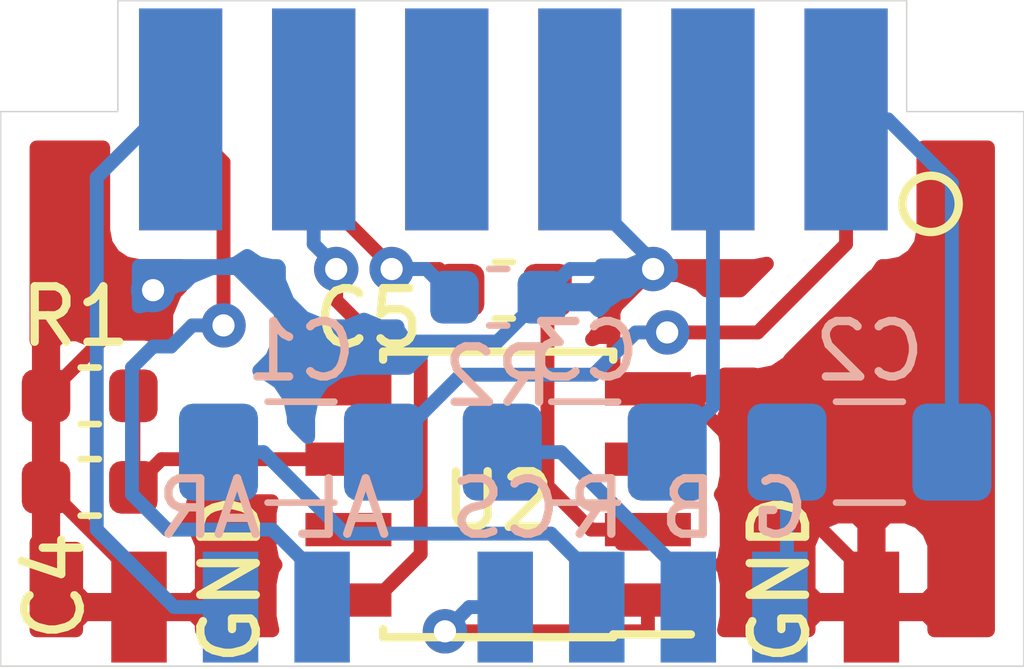
<source format=kicad_pcb>
(kicad_pcb (version 20171130) (host pcbnew "(5.0.2)-1")

  (general
    (thickness 1.6)
    (drawings 8)
    (tracks 101)
    (zones 0)
    (modules 17)
    (nets 21)
  )

  (page A4)
  (layers
    (0 F.Cu signal)
    (31 B.Cu signal)
    (32 B.Adhes user)
    (33 F.Adhes user)
    (34 B.Paste user)
    (35 F.Paste user)
    (36 B.SilkS user)
    (37 F.SilkS user)
    (38 B.Mask user)
    (39 F.Mask user)
    (40 Dwgs.User user)
    (41 Cmts.User user)
    (42 Eco1.User user)
    (43 Eco2.User user)
    (44 Edge.Cuts user)
    (45 Margin user)
    (46 B.CrtYd user)
    (47 F.CrtYd user)
    (48 B.Fab user hide)
    (49 F.Fab user hide)
  )

  (setup
    (last_trace_width 0.25)
    (trace_clearance 0.2)
    (zone_clearance 0.508)
    (zone_45_only no)
    (trace_min 0.2)
    (segment_width 0.2)
    (edge_width 0.0254)
    (via_size 0.8)
    (via_drill 0.4)
    (via_min_size 0.4)
    (via_min_drill 0.3)
    (uvia_size 0.3)
    (uvia_drill 0.1)
    (uvias_allowed no)
    (uvia_min_size 0.2)
    (uvia_min_drill 0.1)
    (pcb_text_width 0.3)
    (pcb_text_size 1.5 1.5)
    (mod_edge_width 0.15)
    (mod_text_size 1 1)
    (mod_text_width 0.15)
    (pad_size 1 2)
    (pad_drill 0)
    (pad_to_mask_clearance 0.051)
    (solder_mask_min_width 0.25)
    (aux_axis_origin 0 0)
    (visible_elements 7FFFFFFF)
    (pcbplotparams
      (layerselection 0x010fc_ffffffff)
      (usegerberextensions false)
      (usegerberattributes false)
      (usegerberadvancedattributes false)
      (creategerberjobfile false)
      (excludeedgelayer true)
      (linewidth 0.100000)
      (plotframeref false)
      (viasonmask false)
      (mode 1)
      (useauxorigin false)
      (hpglpennumber 1)
      (hpglpenspeed 20)
      (hpglpendiameter 15.000000)
      (psnegative false)
      (psa4output false)
      (plotreference true)
      (plotvalue true)
      (plotinvisibletext false)
      (padsonsilk false)
      (subtractmaskfromsilk false)
      (outputformat 1)
      (mirror false)
      (drillshape 1)
      (scaleselection 1)
      (outputdirectory ""))
  )

  (net 0 "")
  (net 1 "Net-(C1-Pad1)")
  (net 2 "Net-(C1-Pad2)")
  (net 3 "Net-(C2-Pad2)")
  (net 4 "Net-(C2-Pad1)")
  (net 5 "Net-(C3-Pad1)")
  (net 6 "Net-(C3-Pad2)")
  (net 7 GND)
  (net 8 "Net-(C4-Pad2)")
  (net 9 "Net-(C5-Pad2)")
  (net 10 "Net-(C5-Pad1)")
  (net 11 "Net-(J4-Pad1)")
  (net 12 "Net-(J6-Pad1)")
  (net 13 "Net-(J7-Pad1)")
  (net 14 "Net-(U1-Pad10)")
  (net 15 "Net-(U1-Pad3)")
  (net 16 "Net-(U1-Pad7)")
  (net 17 "Net-(U1-Pad8)")
  (net 18 "Net-(U2-Pad7)")
  (net 19 "Net-(U2-Pad5)")
  (net 20 "Net-(U2-Pad3)")

  (net_class Default "This is the default net class."
    (clearance 0.2)
    (trace_width 0.25)
    (via_dia 0.8)
    (via_drill 0.4)
    (uvia_dia 0.3)
    (uvia_drill 0.1)
    (add_net GND)
    (add_net "Net-(C1-Pad1)")
    (add_net "Net-(C1-Pad2)")
    (add_net "Net-(C2-Pad1)")
    (add_net "Net-(C2-Pad2)")
    (add_net "Net-(C3-Pad1)")
    (add_net "Net-(C3-Pad2)")
    (add_net "Net-(C4-Pad2)")
    (add_net "Net-(C5-Pad1)")
    (add_net "Net-(C5-Pad2)")
    (add_net "Net-(J4-Pad1)")
    (add_net "Net-(J6-Pad1)")
    (add_net "Net-(J7-Pad1)")
    (add_net "Net-(U1-Pad10)")
    (add_net "Net-(U1-Pad3)")
    (add_net "Net-(U1-Pad7)")
    (add_net "Net-(U1-Pad8)")
    (add_net "Net-(U2-Pad3)")
    (add_net "Net-(U2-Pad5)")
    (add_net "Net-(U2-Pad7)")
  )

  (module Capacitor_SMD:C_1206_3216Metric_Pad1.42x1.75mm_HandSolder (layer B.Cu) (tedit 5B301BBE) (tstamp 5D60B380)
    (at 145.415 112.141 180)
    (descr "Capacitor SMD 1206 (3216 Metric), square (rectangular) end terminal, IPC_7351 nominal with elongated pad for handsoldering. (Body size source: http://www.tortai-tech.com/upload/download/2011102023233369053.pdf), generated with kicad-footprint-generator")
    (tags "capacitor handsolder")
    (path /5C86BE9D)
    (attr smd)
    (fp_text reference C1 (at 0 1.82 180) (layer B.SilkS)
      (effects (font (size 1 1) (thickness 0.15)) (justify mirror))
    )
    (fp_text value 220uF (at 0 -1.82 180) (layer B.Fab)
      (effects (font (size 1 1) (thickness 0.15)) (justify mirror))
    )
    (fp_line (start -1.6 -0.8) (end -1.6 0.8) (layer B.Fab) (width 0.1))
    (fp_line (start -1.6 0.8) (end 1.6 0.8) (layer B.Fab) (width 0.1))
    (fp_line (start 1.6 0.8) (end 1.6 -0.8) (layer B.Fab) (width 0.1))
    (fp_line (start 1.6 -0.8) (end -1.6 -0.8) (layer B.Fab) (width 0.1))
    (fp_line (start -0.602064 0.91) (end 0.602064 0.91) (layer B.SilkS) (width 0.12))
    (fp_line (start -0.602064 -0.91) (end 0.602064 -0.91) (layer B.SilkS) (width 0.12))
    (fp_line (start -2.45 -1.12) (end -2.45 1.12) (layer B.CrtYd) (width 0.05))
    (fp_line (start -2.45 1.12) (end 2.45 1.12) (layer B.CrtYd) (width 0.05))
    (fp_line (start 2.45 1.12) (end 2.45 -1.12) (layer B.CrtYd) (width 0.05))
    (fp_line (start 2.45 -1.12) (end -2.45 -1.12) (layer B.CrtYd) (width 0.05))
    (fp_text user %R (at 0 0 180) (layer B.Fab)
      (effects (font (size 0.8 0.8) (thickness 0.12)) (justify mirror))
    )
    (pad 1 smd roundrect (at -1.4875 0 180) (size 1.425 1.75) (layers B.Cu B.Paste B.Mask) (roundrect_rratio 0.175439)
      (net 1 "Net-(C1-Pad1)"))
    (pad 2 smd roundrect (at 1.4875 0 180) (size 1.425 1.75) (layers B.Cu B.Paste B.Mask) (roundrect_rratio 0.175439)
      (net 2 "Net-(C1-Pad2)"))
    (model ${KISYS3DMOD}/Capacitor_SMD.3dshapes/C_1206_3216Metric.wrl
      (at (xyz 0 0 0))
      (scale (xyz 1 1 1))
      (rotate (xyz 0 0 0))
    )
  )

  (module Capacitor_SMD:C_1206_3216Metric_Pad1.42x1.75mm_HandSolder (layer B.Cu) (tedit 5B301BBE) (tstamp 5D60B3E0)
    (at 155.6655 112.141 180)
    (descr "Capacitor SMD 1206 (3216 Metric), square (rectangular) end terminal, IPC_7351 nominal with elongated pad for handsoldering. (Body size source: http://www.tortai-tech.com/upload/download/2011102023233369053.pdf), generated with kicad-footprint-generator")
    (tags "capacitor handsolder")
    (path /5C86BEE1)
    (attr smd)
    (fp_text reference C2 (at 0 1.82 180) (layer B.SilkS)
      (effects (font (size 1 1) (thickness 0.15)) (justify mirror))
    )
    (fp_text value 220uF (at 0 -1.82 180) (layer B.Fab)
      (effects (font (size 1 1) (thickness 0.15)) (justify mirror))
    )
    (fp_text user %R (at 0 0 180) (layer B.Fab)
      (effects (font (size 0.8 0.8) (thickness 0.12)) (justify mirror))
    )
    (fp_line (start 2.45 -1.12) (end -2.45 -1.12) (layer B.CrtYd) (width 0.05))
    (fp_line (start 2.45 1.12) (end 2.45 -1.12) (layer B.CrtYd) (width 0.05))
    (fp_line (start -2.45 1.12) (end 2.45 1.12) (layer B.CrtYd) (width 0.05))
    (fp_line (start -2.45 -1.12) (end -2.45 1.12) (layer B.CrtYd) (width 0.05))
    (fp_line (start -0.602064 -0.91) (end 0.602064 -0.91) (layer B.SilkS) (width 0.12))
    (fp_line (start -0.602064 0.91) (end 0.602064 0.91) (layer B.SilkS) (width 0.12))
    (fp_line (start 1.6 -0.8) (end -1.6 -0.8) (layer B.Fab) (width 0.1))
    (fp_line (start 1.6 0.8) (end 1.6 -0.8) (layer B.Fab) (width 0.1))
    (fp_line (start -1.6 0.8) (end 1.6 0.8) (layer B.Fab) (width 0.1))
    (fp_line (start -1.6 -0.8) (end -1.6 0.8) (layer B.Fab) (width 0.1))
    (pad 2 smd roundrect (at 1.4875 0 180) (size 1.425 1.75) (layers B.Cu B.Paste B.Mask) (roundrect_rratio 0.175439)
      (net 3 "Net-(C2-Pad2)"))
    (pad 1 smd roundrect (at -1.4875 0 180) (size 1.425 1.75) (layers B.Cu B.Paste B.Mask) (roundrect_rratio 0.175439)
      (net 4 "Net-(C2-Pad1)"))
    (model ${KISYS3DMOD}/Capacitor_SMD.3dshapes/C_1206_3216Metric.wrl
      (at (xyz 0 0 0))
      (scale (xyz 1 1 1))
      (rotate (xyz 0 0 0))
    )
  )

  (module Capacitor_SMD:C_1206_3216Metric_Pad1.42x1.75mm_HandSolder (layer B.Cu) (tedit 5B301BBE) (tstamp 5D60B3B0)
    (at 150.5315 112.141 180)
    (descr "Capacitor SMD 1206 (3216 Metric), square (rectangular) end terminal, IPC_7351 nominal with elongated pad for handsoldering. (Body size source: http://www.tortai-tech.com/upload/download/2011102023233369053.pdf), generated with kicad-footprint-generator")
    (tags "capacitor handsolder")
    (path /5C86BF1F)
    (attr smd)
    (fp_text reference C3 (at 0 1.82 180) (layer B.SilkS)
      (effects (font (size 1 1) (thickness 0.15)) (justify mirror))
    )
    (fp_text value 220uF (at 0 -1.82 180) (layer B.Fab)
      (effects (font (size 1 1) (thickness 0.15)) (justify mirror))
    )
    (fp_line (start -1.6 -0.8) (end -1.6 0.8) (layer B.Fab) (width 0.1))
    (fp_line (start -1.6 0.8) (end 1.6 0.8) (layer B.Fab) (width 0.1))
    (fp_line (start 1.6 0.8) (end 1.6 -0.8) (layer B.Fab) (width 0.1))
    (fp_line (start 1.6 -0.8) (end -1.6 -0.8) (layer B.Fab) (width 0.1))
    (fp_line (start -0.602064 0.91) (end 0.602064 0.91) (layer B.SilkS) (width 0.12))
    (fp_line (start -0.602064 -0.91) (end 0.602064 -0.91) (layer B.SilkS) (width 0.12))
    (fp_line (start -2.45 -1.12) (end -2.45 1.12) (layer B.CrtYd) (width 0.05))
    (fp_line (start -2.45 1.12) (end 2.45 1.12) (layer B.CrtYd) (width 0.05))
    (fp_line (start 2.45 1.12) (end 2.45 -1.12) (layer B.CrtYd) (width 0.05))
    (fp_line (start 2.45 -1.12) (end -2.45 -1.12) (layer B.CrtYd) (width 0.05))
    (fp_text user %R (at 0 0 180) (layer B.Fab)
      (effects (font (size 0.8 0.8) (thickness 0.12)) (justify mirror))
    )
    (pad 1 smd roundrect (at -1.4875 0 180) (size 1.425 1.75) (layers B.Cu B.Paste B.Mask) (roundrect_rratio 0.175439)
      (net 5 "Net-(C3-Pad1)"))
    (pad 2 smd roundrect (at 1.4875 0 180) (size 1.425 1.75) (layers B.Cu B.Paste B.Mask) (roundrect_rratio 0.175439)
      (net 6 "Net-(C3-Pad2)"))
    (model ${KISYS3DMOD}/Capacitor_SMD.3dshapes/C_1206_3216Metric.wrl
      (at (xyz 0 0 0))
      (scale (xyz 1 1 1))
      (rotate (xyz 0 0 0))
    )
  )

  (module Capacitor_SMD:C_0603_1608Metric (layer F.Cu) (tedit 5B301BBE) (tstamp 5CA9BD5E)
    (at 141.605 112.776)
    (descr "Capacitor SMD 0603 (1608 Metric), square (rectangular) end terminal, IPC_7351 nominal, (Body size source: http://www.tortai-tech.com/upload/download/2011102023233369053.pdf), generated with kicad-footprint-generator")
    (tags capacitor)
    (path /5C9D6EFF)
    (attr smd)
    (fp_text reference C4 (at -0.635 1.778 90) (layer F.SilkS)
      (effects (font (size 1 1) (thickness 0.15)))
    )
    (fp_text value 0.1uF (at 0 1.43) (layer F.Fab)
      (effects (font (size 1 1) (thickness 0.15)))
    )
    (fp_line (start -0.8 0.4) (end -0.8 -0.4) (layer F.Fab) (width 0.1))
    (fp_line (start -0.8 -0.4) (end 0.8 -0.4) (layer F.Fab) (width 0.1))
    (fp_line (start 0.8 -0.4) (end 0.8 0.4) (layer F.Fab) (width 0.1))
    (fp_line (start 0.8 0.4) (end -0.8 0.4) (layer F.Fab) (width 0.1))
    (fp_line (start -0.162779 -0.51) (end 0.162779 -0.51) (layer F.SilkS) (width 0.12))
    (fp_line (start -0.162779 0.51) (end 0.162779 0.51) (layer F.SilkS) (width 0.12))
    (fp_line (start -1.48 0.73) (end -1.48 -0.73) (layer F.CrtYd) (width 0.05))
    (fp_line (start -1.48 -0.73) (end 1.48 -0.73) (layer F.CrtYd) (width 0.05))
    (fp_line (start 1.48 -0.73) (end 1.48 0.73) (layer F.CrtYd) (width 0.05))
    (fp_line (start 1.48 0.73) (end -1.48 0.73) (layer F.CrtYd) (width 0.05))
    (fp_text user %R (at 0 0) (layer F.Fab)
      (effects (font (size 0.4 0.4) (thickness 0.06)))
    )
    (pad 1 smd roundrect (at -0.7875 0) (size 0.875 0.95) (layers F.Cu F.Paste F.Mask) (roundrect_rratio 0.25)
      (net 7 GND))
    (pad 2 smd roundrect (at 0.7875 0) (size 0.875 0.95) (layers F.Cu F.Paste F.Mask) (roundrect_rratio 0.25)
      (net 8 "Net-(C4-Pad2)"))
    (model ${KISYS3DMOD}/Capacitor_SMD.3dshapes/C_0603_1608Metric.wrl
      (at (xyz 0 0 0))
      (scale (xyz 1 1 1))
      (rotate (xyz 0 0 0))
    )
  )

  (module Capacitor_SMD:C_0603_1608Metric (layer F.Cu) (tedit 5B301BBE) (tstamp 5CA9BD6F)
    (at 149.0725 109.22)
    (descr "Capacitor SMD 0603 (1608 Metric), square (rectangular) end terminal, IPC_7351 nominal, (Body size source: http://www.tortai-tech.com/upload/download/2011102023233369053.pdf), generated with kicad-footprint-generator")
    (tags capacitor)
    (path /5C9D6FB7)
    (attr smd)
    (fp_text reference C5 (at -2.4385 0.508) (layer F.SilkS)
      (effects (font (size 1 1) (thickness 0.15)))
    )
    (fp_text value 0.1uF (at 0 1.43) (layer F.Fab)
      (effects (font (size 1 1) (thickness 0.15)))
    )
    (fp_text user %R (at 0 0) (layer F.Fab)
      (effects (font (size 0.4 0.4) (thickness 0.06)))
    )
    (fp_line (start 1.48 0.73) (end -1.48 0.73) (layer F.CrtYd) (width 0.05))
    (fp_line (start 1.48 -0.73) (end 1.48 0.73) (layer F.CrtYd) (width 0.05))
    (fp_line (start -1.48 -0.73) (end 1.48 -0.73) (layer F.CrtYd) (width 0.05))
    (fp_line (start -1.48 0.73) (end -1.48 -0.73) (layer F.CrtYd) (width 0.05))
    (fp_line (start -0.162779 0.51) (end 0.162779 0.51) (layer F.SilkS) (width 0.12))
    (fp_line (start -0.162779 -0.51) (end 0.162779 -0.51) (layer F.SilkS) (width 0.12))
    (fp_line (start 0.8 0.4) (end -0.8 0.4) (layer F.Fab) (width 0.1))
    (fp_line (start 0.8 -0.4) (end 0.8 0.4) (layer F.Fab) (width 0.1))
    (fp_line (start -0.8 -0.4) (end 0.8 -0.4) (layer F.Fab) (width 0.1))
    (fp_line (start -0.8 0.4) (end -0.8 -0.4) (layer F.Fab) (width 0.1))
    (pad 2 smd roundrect (at 0.7875 0) (size 0.875 0.95) (layers F.Cu F.Paste F.Mask) (roundrect_rratio 0.25)
      (net 9 "Net-(C5-Pad2)"))
    (pad 1 smd roundrect (at -0.7875 0) (size 0.875 0.95) (layers F.Cu F.Paste F.Mask) (roundrect_rratio 0.25)
      (net 10 "Net-(C5-Pad1)"))
    (model ${KISYS3DMOD}/Capacitor_SMD.3dshapes/C_0603_1608Metric.wrl
      (at (xyz 0 0 0))
      (scale (xyz 1 1 1))
      (rotate (xyz 0 0 0))
    )
  )

  (module multi-out:WIREPAD (layer B.Cu) (tedit 5C9D3643) (tstamp 5CA9C67F)
    (at 150.749 114.935)
    (path /5C86C06D)
    (fp_text reference R (at 0 -1.778) (layer B.SilkS)
      (effects (font (size 1 1) (thickness 0.15)) (justify mirror))
    )
    (fp_text value R (at 0 2.032) (layer B.Fab)
      (effects (font (size 1 1) (thickness 0.15)) (justify mirror))
    )
    (pad 1 connect rect (at 0 0) (size 1 2) (layers B.Cu B.Mask)
      (net 2 "Net-(C1-Pad2)"))
  )

  (module multi-out:WIREPAD (layer B.Cu) (tedit 5C9D3615) (tstamp 5CA9BD79)
    (at 154.051 114.935)
    (path /5C86C0AB)
    (fp_text reference G (at 0 -1.778) (layer B.SilkS)
      (effects (font (size 1 1) (thickness 0.15)) (justify mirror))
    )
    (fp_text value G (at 0 2.032) (layer B.Fab)
      (effects (font (size 1 1) (thickness 0.15)) (justify mirror))
    )
    (pad 1 connect rect (at 0 0) (size 1 2) (layers B.Cu B.Mask)
      (net 3 "Net-(C2-Pad2)"))
  )

  (module multi-out:WIREPAD (layer B.Cu) (tedit 5C9D3628) (tstamp 5CA9BD7E)
    (at 152.4 114.935)
    (path /5C86C0ED)
    (fp_text reference B (at 0 -1.778) (layer B.SilkS)
      (effects (font (size 1 1) (thickness 0.15)) (justify mirror))
    )
    (fp_text value B (at 0 2.032) (layer B.Fab)
      (effects (font (size 1 1) (thickness 0.15)) (justify mirror))
    )
    (pad 1 connect rect (at 0 0) (size 1 2) (layers B.Cu B.Mask)
      (net 6 "Net-(C3-Pad2)"))
  )

  (module multi-out:WIREPAD (layer B.Cu) (tedit 5C9D3662) (tstamp 5CA9BD83)
    (at 149.098 114.935)
    (path /5C8E96B8)
    (fp_text reference CS (at 0 -1.778) (layer B.SilkS)
      (effects (font (size 1 1) (thickness 0.15)) (justify mirror))
    )
    (fp_text value CS (at 0 2.032) (layer B.Fab)
      (effects (font (size 1 1) (thickness 0.15)) (justify mirror))
    )
    (pad 1 connect rect (at 0 0) (size 1 2) (layers B.Cu B.Mask)
      (net 11 "Net-(J4-Pad1)"))
  )

  (module multi-out:WIREPAD (layer F.Cu) (tedit 5C9D3545) (tstamp 5CA9BD88)
    (at 155.702 114.935)
    (path /5C8E9799)
    (fp_text reference GND (at -1.651 -0.508 90) (layer F.SilkS)
      (effects (font (size 1 1) (thickness 0.15)))
    )
    (fp_text value GND (at 0 -2.032) (layer F.Fab)
      (effects (font (size 1 1) (thickness 0.15)))
    )
    (pad 1 connect rect (at 0 0) (size 1 2) (layers F.Cu F.Mask)
      (net 7 GND))
  )

  (module multi-out:WIREPAD (layer B.Cu) (tedit 5C9D35BA) (tstamp 5CA9C0C5)
    (at 144.145 114.935)
    (path /5C8EA4D0)
    (fp_text reference AR (at -0.381 -1.778) (layer B.SilkS)
      (effects (font (size 1 1) (thickness 0.15)) (justify mirror))
    )
    (fp_text value R (at 0 2.032) (layer B.Fab)
      (effects (font (size 1 1) (thickness 0.15)) (justify mirror))
    )
    (pad 1 connect rect (at 0 0) (size 1 2) (layers B.Cu B.Mask)
      (net 12 "Net-(J6-Pad1)"))
  )

  (module multi-out:WIREPAD (layer B.Cu) (tedit 5C9D35ED) (tstamp 5CA9C0B9)
    (at 145.796 114.935)
    (path /5C8EA421)
    (fp_text reference AL (at 0.381 -1.778) (layer B.SilkS)
      (effects (font (size 1 1) (thickness 0.15)) (justify mirror))
    )
    (fp_text value L (at 0 2.032) (layer B.Fab)
      (effects (font (size 1 1) (thickness 0.15)) (justify mirror))
    )
    (pad 1 connect rect (at 0 0) (size 1 2) (layers B.Cu B.Mask)
      (net 13 "Net-(J7-Pad1)"))
  )

  (module multi-out:WIREPAD (layer F.Cu) (tedit 5C9D3550) (tstamp 5CA9BD97)
    (at 142.494 114.935)
    (path /5C9CCE77)
    (fp_text reference GND (at 1.651 -0.508 90) (layer F.SilkS)
      (effects (font (size 1 1) (thickness 0.15)))
    )
    (fp_text value GND (at 0 -2.032) (layer F.Fab)
      (effects (font (size 1 1) (thickness 0.15)))
    )
    (pad 1 connect rect (at 0 0) (size 1 2) (layers F.Cu F.Mask)
      (net 7 GND))
  )

  (module Resistor_SMD:R_0603_1608Metric (layer F.Cu) (tedit 5B301BBD) (tstamp 5CA9BDA8)
    (at 141.605 111.125)
    (descr "Resistor SMD 0603 (1608 Metric), square (rectangular) end terminal, IPC_7351 nominal, (Body size source: http://www.tortai-tech.com/upload/download/2011102023233369053.pdf), generated with kicad-footprint-generator")
    (tags resistor)
    (path /5C9D7C6B)
    (attr smd)
    (fp_text reference R1 (at -0.254 -1.43) (layer F.SilkS)
      (effects (font (size 1 1) (thickness 0.15)))
    )
    (fp_text value 680k (at 0 1.43) (layer F.Fab)
      (effects (font (size 1 1) (thickness 0.15)))
    )
    (fp_line (start -0.8 0.4) (end -0.8 -0.4) (layer F.Fab) (width 0.1))
    (fp_line (start -0.8 -0.4) (end 0.8 -0.4) (layer F.Fab) (width 0.1))
    (fp_line (start 0.8 -0.4) (end 0.8 0.4) (layer F.Fab) (width 0.1))
    (fp_line (start 0.8 0.4) (end -0.8 0.4) (layer F.Fab) (width 0.1))
    (fp_line (start -0.162779 -0.51) (end 0.162779 -0.51) (layer F.SilkS) (width 0.12))
    (fp_line (start -0.162779 0.51) (end 0.162779 0.51) (layer F.SilkS) (width 0.12))
    (fp_line (start -1.48 0.73) (end -1.48 -0.73) (layer F.CrtYd) (width 0.05))
    (fp_line (start -1.48 -0.73) (end 1.48 -0.73) (layer F.CrtYd) (width 0.05))
    (fp_line (start 1.48 -0.73) (end 1.48 0.73) (layer F.CrtYd) (width 0.05))
    (fp_line (start 1.48 0.73) (end -1.48 0.73) (layer F.CrtYd) (width 0.05))
    (fp_text user %R (at 0 0) (layer F.Fab)
      (effects (font (size 0.4 0.4) (thickness 0.06)))
    )
    (pad 1 smd roundrect (at -0.7875 0) (size 0.875 0.95) (layers F.Cu F.Paste F.Mask) (roundrect_rratio 0.25)
      (net 7 GND))
    (pad 2 smd roundrect (at 0.7875 0) (size 0.875 0.95) (layers F.Cu F.Paste F.Mask) (roundrect_rratio 0.25)
      (net 8 "Net-(C4-Pad2)"))
    (model ${KISYS3DMOD}/Resistor_SMD.3dshapes/R_0603_1608Metric.wrl
      (at (xyz 0 0 0))
      (scale (xyz 1 1 1))
      (rotate (xyz 0 0 0))
    )
  )

  (module multi-out:AVCON (layer F.Cu) (tedit 5C9D353A) (tstamp 5CA9BDB9)
    (at 149.148 106.14)
    (path /5C8E9142)
    (fp_text reference U1 (at 0 3.556) (layer F.SilkS) hide
      (effects (font (size 1 1) (thickness 0.15)))
    )
    (fp_text value AV-CONNECTOR (at 0 -3.556) (layer F.Fab)
      (effects (font (size 1 1) (thickness 0.15)))
    )
    (fp_circle (center 7.62 1.524) (end 8.128 1.524) (layer F.SilkS) (width 0.15))
    (pad 1 connect rect (at 6.096 0) (size 1.5 4) (layers F.Cu F.Mask)
      (net 1 "Net-(C1-Pad1)"))
    (pad 3 connect rect (at 3.696 0) (size 1.5 4) (layers F.Cu F.Mask)
      (net 15 "Net-(U1-Pad3)"))
    (pad 5 connect rect (at 1.296 0) (size 1.5 4) (layers F.Cu F.Mask)
      (net 7 GND))
    (pad 7 connect rect (at -1.104 0) (size 1.5 4) (layers F.Cu F.Mask)
      (net 16 "Net-(U1-Pad7)"))
    (pad 9 connect rect (at -3.504 0) (size 1.5 4) (layers F.Cu F.Mask)
      (net 10 "Net-(C5-Pad1)"))
    (pad 11 connect rect (at -5.904 0) (size 1.5 4) (layers F.Cu F.Mask)
      (net 13 "Net-(J7-Pad1)"))
    (pad 2 connect rect (at 6.096 0) (size 1.5 4) (layers B.Cu B.Mask)
      (net 4 "Net-(C2-Pad1)"))
    (pad 4 connect rect (at 3.696 0) (size 1.5 4) (layers B.Cu B.Mask)
      (net 5 "Net-(C3-Pad1)"))
    (pad 6 connect rect (at 1.296 0) (size 1.5 4) (layers B.Cu B.Mask)
      (net 7 GND))
    (pad 8 connect rect (at -1.104 0) (size 1.5 4) (layers B.Cu B.Mask)
      (net 17 "Net-(U1-Pad8)"))
    (pad 10 connect rect (at -3.504 0) (size 1.5 4) (layers B.Cu B.Mask)
      (net 14 "Net-(U1-Pad10)"))
    (pad 12 connect rect (at -5.904 0) (size 1.5 4) (layers B.Cu B.Mask)
      (net 12 "Net-(J6-Pad1)"))
  )

  (module Package_SO:SOIC-8_3.9x4.9mm_P1.27mm (layer F.Cu) (tedit 5A02F2D3) (tstamp 5CA9BDD6)
    (at 148.971 112.903 180)
    (descr "8-Lead Plastic Small Outline (SN) - Narrow, 3.90 mm Body [SOIC] (see Microchip Packaging Specification http://ww1.microchip.com/downloads/en/PackagingSpec/00000049BQ.pdf)")
    (tags "SOIC 1.27")
    (path /5C9D2B30)
    (attr smd)
    (fp_text reference U2 (at 0 -0.127 180) (layer F.SilkS)
      (effects (font (size 1 1) (thickness 0.15)))
    )
    (fp_text value LM1881 (at 0 3.5 180) (layer F.Fab)
      (effects (font (size 1 1) (thickness 0.15)))
    )
    (fp_line (start -2.075 -2.525) (end -3.475 -2.525) (layer F.SilkS) (width 0.15))
    (fp_line (start -2.075 2.575) (end 2.075 2.575) (layer F.SilkS) (width 0.15))
    (fp_line (start -2.075 -2.575) (end 2.075 -2.575) (layer F.SilkS) (width 0.15))
    (fp_line (start -2.075 2.575) (end -2.075 2.43) (layer F.SilkS) (width 0.15))
    (fp_line (start 2.075 2.575) (end 2.075 2.43) (layer F.SilkS) (width 0.15))
    (fp_line (start 2.075 -2.575) (end 2.075 -2.43) (layer F.SilkS) (width 0.15))
    (fp_line (start -2.075 -2.575) (end -2.075 -2.525) (layer F.SilkS) (width 0.15))
    (fp_line (start -3.73 2.7) (end 3.73 2.7) (layer F.CrtYd) (width 0.05))
    (fp_line (start -3.73 -2.7) (end 3.73 -2.7) (layer F.CrtYd) (width 0.05))
    (fp_line (start 3.73 -2.7) (end 3.73 2.7) (layer F.CrtYd) (width 0.05))
    (fp_line (start -3.73 -2.7) (end -3.73 2.7) (layer F.CrtYd) (width 0.05))
    (fp_line (start -1.95 -1.45) (end -0.95 -2.45) (layer F.Fab) (width 0.1))
    (fp_line (start -1.95 2.45) (end -1.95 -1.45) (layer F.Fab) (width 0.1))
    (fp_line (start 1.95 2.45) (end -1.95 2.45) (layer F.Fab) (width 0.1))
    (fp_line (start 1.95 -2.45) (end 1.95 2.45) (layer F.Fab) (width 0.1))
    (fp_line (start -0.95 -2.45) (end 1.95 -2.45) (layer F.Fab) (width 0.1))
    (fp_text user %R (at 0 0 180) (layer F.Fab)
      (effects (font (size 1 1) (thickness 0.15)))
    )
    (pad 8 smd rect (at 2.7 -1.905 180) (size 1.55 0.6) (layers F.Cu F.Paste F.Mask)
      (net 14 "Net-(U1-Pad10)"))
    (pad 7 smd rect (at 2.7 -0.635 180) (size 1.55 0.6) (layers F.Cu F.Paste F.Mask)
      (net 18 "Net-(U2-Pad7)"))
    (pad 6 smd rect (at 2.7 0.635 180) (size 1.55 0.6) (layers F.Cu F.Paste F.Mask)
      (net 8 "Net-(C4-Pad2)"))
    (pad 5 smd rect (at 2.7 1.905 180) (size 1.55 0.6) (layers F.Cu F.Paste F.Mask)
      (net 19 "Net-(U2-Pad5)"))
    (pad 4 smd rect (at -2.7 1.905 180) (size 1.55 0.6) (layers F.Cu F.Paste F.Mask)
      (net 7 GND))
    (pad 3 smd rect (at -2.7 0.635 180) (size 1.55 0.6) (layers F.Cu F.Paste F.Mask)
      (net 20 "Net-(U2-Pad3)"))
    (pad 2 smd rect (at -2.7 -0.635 180) (size 1.55 0.6) (layers F.Cu F.Paste F.Mask)
      (net 9 "Net-(C5-Pad2)"))
    (pad 1 smd rect (at -2.7 -1.905 180) (size 1.55 0.6) (layers F.Cu F.Paste F.Mask)
      (net 11 "Net-(J4-Pad1)"))
    (model ${KISYS3DMOD}/Package_SO.3dshapes/SOIC-8_3.9x4.9mm_P1.27mm.wrl
      (at (xyz 0 0 0))
      (scale (xyz 1 1 1))
      (rotate (xyz 0 0 0))
    )
  )

  (module Resistor_SMD:R_0603_1608Metric (layer B.Cu) (tedit 5B301BBD) (tstamp 5D60AE4D)
    (at 148.971 109.347)
    (descr "Resistor SMD 0603 (1608 Metric), square (rectangular) end terminal, IPC_7351 nominal, (Body size source: http://www.tortai-tech.com/upload/download/2011102023233369053.pdf), generated with kicad-footprint-generator")
    (tags resistor)
    (path /5D47EC1F)
    (attr smd)
    (fp_text reference R2 (at 0 1.43) (layer B.SilkS)
      (effects (font (size 1 1) (thickness 0.15)) (justify mirror))
    )
    (fp_text value 75k (at 0 -1.43) (layer B.Fab)
      (effects (font (size 1 1) (thickness 0.15)) (justify mirror))
    )
    (fp_line (start -0.8 -0.4) (end -0.8 0.4) (layer B.Fab) (width 0.1))
    (fp_line (start -0.8 0.4) (end 0.8 0.4) (layer B.Fab) (width 0.1))
    (fp_line (start 0.8 0.4) (end 0.8 -0.4) (layer B.Fab) (width 0.1))
    (fp_line (start 0.8 -0.4) (end -0.8 -0.4) (layer B.Fab) (width 0.1))
    (fp_line (start -0.162779 0.51) (end 0.162779 0.51) (layer B.SilkS) (width 0.12))
    (fp_line (start -0.162779 -0.51) (end 0.162779 -0.51) (layer B.SilkS) (width 0.12))
    (fp_line (start -1.48 -0.73) (end -1.48 0.73) (layer B.CrtYd) (width 0.05))
    (fp_line (start -1.48 0.73) (end 1.48 0.73) (layer B.CrtYd) (width 0.05))
    (fp_line (start 1.48 0.73) (end 1.48 -0.73) (layer B.CrtYd) (width 0.05))
    (fp_line (start 1.48 -0.73) (end -1.48 -0.73) (layer B.CrtYd) (width 0.05))
    (fp_text user %R (at 0 0) (layer B.Fab)
      (effects (font (size 0.4 0.4) (thickness 0.06)) (justify mirror))
    )
    (pad 1 smd roundrect (at -0.7875 0) (size 0.875 0.95) (layers B.Cu B.Paste B.Mask) (roundrect_rratio 0.25)
      (net 10 "Net-(C5-Pad1)"))
    (pad 2 smd roundrect (at 0.7875 0) (size 0.875 0.95) (layers B.Cu B.Paste B.Mask) (roundrect_rratio 0.25)
      (net 7 GND))
    (model ${KISYS3DMOD}/Resistor_SMD.3dshapes/R_0603_1608Metric.wrl
      (at (xyz 0 0 0))
      (scale (xyz 1 1 1))
      (rotate (xyz 0 0 0))
    )
  )

  (gr_line (start 142.113 106) (end 142.113 104) (layer Edge.Cuts) (width 0.0254))
  (gr_line (start 140 106) (end 142.113 106) (layer Edge.Cuts) (width 0.0254))
  (gr_line (start 156.337 106) (end 156.337 104) (layer Edge.Cuts) (width 0.0254))
  (gr_line (start 158.45 106) (end 156.337 106) (layer Edge.Cuts) (width 0.0254))
  (gr_line (start 140 116) (end 140 106) (layer Edge.Cuts) (width 0.0254))
  (gr_line (start 158.45 116) (end 140 116) (layer Edge.Cuts) (width 0.0254) (tstamp 5CA9C0CE))
  (gr_line (start 158.45 106) (end 158.45 116) (layer Edge.Cuts) (width 0.0254))
  (gr_line (start 142.113 104) (end 156.337 104) (layer Edge.Cuts) (width 0.0254))

  (via (at 152.019 109.982) (size 0.8) (drill 0.4) (layers F.Cu B.Cu) (net 1) (tstamp 5D60B578))
  (segment (start 152.584685 109.982) (end 152.019 109.982) (width 0.25) (layer F.Cu) (net 1))
  (segment (start 153.652 109.982) (end 152.584685 109.982) (width 0.25) (layer F.Cu) (net 1))
  (segment (start 155.244 108.39) (end 153.652 109.982) (width 0.25) (layer F.Cu) (net 1))
  (segment (start 155.244 106.14) (end 155.244 108.39) (width 0.25) (layer F.Cu) (net 1))
  (segment (start 151.453315 109.982) (end 150.691315 110.744) (width 0.25) (layer B.Cu) (net 1))
  (segment (start 152.019 109.982) (end 151.453315 109.982) (width 0.25) (layer B.Cu) (net 1))
  (segment (start 148.2995 110.744) (end 146.9025 112.141) (width 0.25) (layer B.Cu) (net 1))
  (segment (start 150.691315 110.744) (end 148.2995 110.744) (width 0.25) (layer B.Cu) (net 1))
  (segment (start 150.749 114.435) (end 150.749 114.935) (width 0.25) (layer B.Cu) (net 2))
  (segment (start 149.923999 113.609999) (end 150.749 114.435) (width 0.25) (layer B.Cu) (net 2))
  (segment (start 146.208999 113.609999) (end 149.923999 113.609999) (width 0.25) (layer B.Cu) (net 2))
  (segment (start 144.74 112.141) (end 146.208999 113.609999) (width 0.25) (layer B.Cu) (net 2))
  (segment (start 143.9275 112.141) (end 144.74 112.141) (width 0.25) (layer B.Cu) (net 2))
  (segment (start 154.178 114.808) (end 154.051 114.935) (width 0.25) (layer B.Cu) (net 3))
  (segment (start 154.178 112.141) (end 154.178 114.808) (width 0.25) (layer B.Cu) (net 3))
  (segment (start 157.153 107.293594) (end 157.153 112.141) (width 0.25) (layer B.Cu) (net 4))
  (segment (start 155.244 106.14) (end 155.999406 106.14) (width 0.25) (layer B.Cu) (net 4))
  (segment (start 155.999406 106.14) (end 157.153 107.293594) (width 0.25) (layer B.Cu) (net 4))
  (segment (start 152.844 111.316) (end 152.019 112.141) (width 0.25) (layer B.Cu) (net 5))
  (segment (start 152.844 106.14) (end 152.844 111.316) (width 0.25) (layer B.Cu) (net 5))
  (segment (start 152.4 114.435) (end 152.4 114.935) (width 0.25) (layer B.Cu) (net 6))
  (segment (start 150.106 112.141) (end 152.4 114.435) (width 0.25) (layer B.Cu) (net 6))
  (segment (start 149.044 112.141) (end 150.106 112.141) (width 0.25) (layer B.Cu) (net 6))
  (via (at 151.765 108.839) (size 0.8) (drill 0.4) (layers F.Cu B.Cu) (net 7))
  (via (at 142.748 109.22) (size 0.8) (drill 0.4) (layers F.Cu B.Cu) (net 7))
  (segment (start 151.365001 109.238999) (end 151.765 108.839) (width 0.25) (layer F.Cu) (net 7))
  (segment (start 151.050817 109.553183) (end 151.365001 109.238999) (width 0.25) (layer F.Cu) (net 7))
  (segment (start 151.050817 110.852817) (end 151.050817 109.553183) (width 0.25) (layer F.Cu) (net 7))
  (segment (start 151.196 110.998) (end 151.050817 110.852817) (width 0.25) (layer F.Cu) (net 7))
  (segment (start 151.671 110.998) (end 151.196 110.998) (width 0.25) (layer F.Cu) (net 7))
  (segment (start 150.444 106.14) (end 150.444 107.39) (width 0.25) (layer B.Cu) (net 7))
  (segment (start 150.444 107.39) (end 151.765 108.711) (width 0.25) (layer B.Cu) (net 7))
  (segment (start 151.765 108.711) (end 151.765 108.839) (width 0.25) (layer B.Cu) (net 7))
  (segment (start 150.2665 108.839) (end 149.7585 109.347) (width 0.25) (layer B.Cu) (net 7))
  (segment (start 151.765 108.839) (end 150.2665 108.839) (width 0.25) (layer B.Cu) (net 7))
  (segment (start 143.147999 108.820001) (end 142.748 109.22) (width 0.25) (layer B.Cu) (net 7))
  (segment (start 144.253001 108.820001) (end 143.147999 108.820001) (width 0.25) (layer B.Cu) (net 7))
  (segment (start 145.58001 110.14701) (end 144.253001 108.820001) (width 0.25) (layer B.Cu) (net 7))
  (segment (start 148.95849 110.14701) (end 145.58001 110.14701) (width 0.25) (layer B.Cu) (net 7))
  (segment (start 149.7585 109.347) (end 148.95849 110.14701) (width 0.25) (layer B.Cu) (net 7))
  (segment (start 155.702 114.435) (end 155.702 114.935) (width 0.25) (layer F.Cu) (net 7))
  (segment (start 152.265 110.998) (end 155.702 114.435) (width 0.25) (layer F.Cu) (net 7))
  (segment (start 151.671 110.998) (end 152.265 110.998) (width 0.25) (layer F.Cu) (net 7))
  (segment (start 140.835 112.776) (end 140.8175 112.776) (width 0.25) (layer F.Cu) (net 7))
  (segment (start 142.494 114.435) (end 140.835 112.776) (width 0.25) (layer F.Cu) (net 7))
  (segment (start 142.494 114.935) (end 142.494 114.435) (width 0.25) (layer F.Cu) (net 7))
  (segment (start 140.8175 112.776) (end 140.8175 111.125) (width 0.25) (layer F.Cu) (net 7))
  (segment (start 142.7225 109.22) (end 142.748 109.22) (width 0.25) (layer F.Cu) (net 7))
  (segment (start 140.8175 111.125) (end 142.7225 109.22) (width 0.25) (layer F.Cu) (net 7))
  (segment (start 142.6465 112.522) (end 142.3925 112.776) (width 0.25) (layer F.Cu) (net 8))
  (segment (start 142.3925 111.125) (end 142.3925 112.776) (width 0.25) (layer F.Cu) (net 8))
  (segment (start 142.9005 112.268) (end 142.3925 112.776) (width 0.25) (layer F.Cu) (net 8))
  (segment (start 146.271 112.268) (end 142.9005 112.268) (width 0.25) (layer F.Cu) (net 8))
  (segment (start 151.196 113.792) (end 151.671 113.792) (width 0.25) (layer F.Cu) (net 9))
  (segment (start 149.86 109.795) (end 149.86 109.22) (width 0.25) (layer F.Cu) (net 9))
  (segment (start 149.86 112.752) (end 149.86 109.795) (width 0.25) (layer F.Cu) (net 9))
  (segment (start 150.646 113.538) (end 149.86 112.752) (width 0.25) (layer F.Cu) (net 9))
  (segment (start 151.671 113.538) (end 150.646 113.538) (width 0.25) (layer F.Cu) (net 9))
  (via (at 147.050003 108.839) (size 0.8) (drill 0.4) (layers F.Cu B.Cu) (net 10))
  (segment (start 147.050003 108.796003) (end 147.050003 108.839) (width 0.25) (layer F.Cu) (net 10))
  (segment (start 145.644 106.14) (end 145.644 107.39) (width 0.25) (layer F.Cu) (net 10))
  (segment (start 145.644 107.39) (end 147.050003 108.796003) (width 0.25) (layer F.Cu) (net 10))
  (segment (start 147.6755 108.839) (end 148.1835 109.347) (width 0.25) (layer B.Cu) (net 10))
  (segment (start 147.050003 108.839) (end 147.6755 108.839) (width 0.25) (layer B.Cu) (net 10))
  (segment (start 147.904 108.839) (end 148.285 109.22) (width 0.25) (layer F.Cu) (net 10))
  (segment (start 147.050003 108.839) (end 147.904 108.839) (width 0.25) (layer F.Cu) (net 10))
  (via (at 148.011153 115.372153) (size 0.8) (drill 0.4) (layers F.Cu B.Cu) (net 11))
  (segment (start 149.098 114.935) (end 148.448306 114.935) (width 0.25) (layer B.Cu) (net 11))
  (segment (start 148.448306 114.935) (end 148.011153 115.372153) (width 0.25) (layer B.Cu) (net 11))
  (segment (start 151.671 115.358) (end 151.671 114.808) (width 0.25) (layer F.Cu) (net 11))
  (segment (start 151.656847 115.372153) (end 151.671 115.358) (width 0.25) (layer F.Cu) (net 11))
  (segment (start 148.011153 115.372153) (end 151.656847 115.372153) (width 0.25) (layer F.Cu) (net 11))
  (segment (start 143.244 106.14) (end 142.78 106.14) (width 0.25) (layer B.Cu) (net 12))
  (segment (start 142.78 106.14) (end 141.732 107.188) (width 0.25) (layer B.Cu) (net 12))
  (segment (start 141.732 107.188) (end 141.732 113.538) (width 0.25) (layer B.Cu) (net 12))
  (segment (start 143.129 114.935) (end 144.145 114.935) (width 0.25) (layer B.Cu) (net 12))
  (segment (start 141.732 113.538) (end 143.129 114.935) (width 0.25) (layer B.Cu) (net 12))
  (via (at 144.018 109.855) (size 0.8) (drill 0.4) (layers F.Cu B.Cu) (net 13))
  (segment (start 144.018 106.914) (end 143.244 106.14) (width 0.25) (layer F.Cu) (net 13))
  (segment (start 144.018 109.855) (end 144.018 106.914) (width 0.25) (layer F.Cu) (net 13))
  (segment (start 143.452315 109.855) (end 143.071315 110.236) (width 0.25) (layer B.Cu) (net 13))
  (segment (start 144.018 109.855) (end 143.452315 109.855) (width 0.25) (layer B.Cu) (net 13))
  (segment (start 143.071315 110.236) (end 142.748 110.236) (width 0.25) (layer B.Cu) (net 13))
  (segment (start 142.748 110.236) (end 142.367 110.617) (width 0.25) (layer B.Cu) (net 13))
  (segment (start 142.367 110.617) (end 142.367 112.903) (width 0.25) (layer B.Cu) (net 13))
  (segment (start 142.367 112.903) (end 143.002 113.538) (width 0.25) (layer B.Cu) (net 13))
  (segment (start 145.796 114.435) (end 145.796 114.935) (width 0.25) (layer B.Cu) (net 13))
  (segment (start 144.899 113.538) (end 145.796 114.435) (width 0.25) (layer B.Cu) (net 13))
  (segment (start 143.002 113.538) (end 144.899 113.538) (width 0.25) (layer B.Cu) (net 13))
  (via (at 146.05 108.839) (size 0.8) (drill 0.4) (layers F.Cu B.Cu) (net 14))
  (segment (start 146.05 108.796) (end 146.05 108.839) (width 0.25) (layer B.Cu) (net 14))
  (segment (start 145.644 106.14) (end 145.644 108.39) (width 0.25) (layer B.Cu) (net 14))
  (segment (start 145.644 108.39) (end 146.05 108.796) (width 0.25) (layer B.Cu) (net 14))
  (segment (start 146.746 114.808) (end 146.271 114.808) (width 0.25) (layer F.Cu) (net 14))
  (segment (start 147.574 113.98) (end 146.746 114.808) (width 0.25) (layer F.Cu) (net 14))
  (segment (start 147.574 113.98) (end 147.574 110.49) (width 0.25) (layer F.Cu) (net 14))
  (segment (start 147.574 110.49) (end 147.193 110.109) (width 0.25) (layer F.Cu) (net 14))
  (segment (start 146.05 109.404685) (end 146.05 108.839) (width 0.25) (layer F.Cu) (net 14))
  (segment (start 146.754315 110.109) (end 146.05 109.404685) (width 0.25) (layer F.Cu) (net 14))
  (segment (start 147.193 110.109) (end 146.754315 110.109) (width 0.25) (layer F.Cu) (net 14))

  (zone (net 7) (net_name GND) (layer F.Cu) (tstamp 5D6BC699) (hatch edge 0.508)
    (connect_pads (clearance 0.508))
    (min_thickness 0.254)
    (fill yes (arc_segments 16) (thermal_gap 0.508) (thermal_bridge_width 0.508))
    (polygon
      (pts
        (xy 158.369 115.951) (xy 158.369 104.013) (xy 140.081 104.013) (xy 140.081 115.951)
      )
    )
    (filled_polygon
      (pts
        (xy 157.802301 115.3523) (xy 156.837 115.3523) (xy 156.837 115.22075) (xy 156.67825 115.062) (xy 155.829 115.062)
        (xy 155.829 115.082) (xy 155.575 115.082) (xy 155.575 115.062) (xy 154.72575 115.062) (xy 154.567 115.22075)
        (xy 154.567 115.3523) (xy 153.044846 115.3523) (xy 153.09344 115.108) (xy 153.09344 114.508) (xy 153.044157 114.260235)
        (xy 152.985868 114.173) (xy 153.044157 114.085765) (xy 153.09344 113.838) (xy 153.09344 113.80869) (xy 154.567 113.80869)
        (xy 154.567 114.64925) (xy 154.72575 114.808) (xy 155.575 114.808) (xy 155.575 113.45875) (xy 155.829 113.45875)
        (xy 155.829 114.808) (xy 156.67825 114.808) (xy 156.837 114.64925) (xy 156.837 113.80869) (xy 156.740327 113.575301)
        (xy 156.561698 113.396673) (xy 156.328309 113.3) (xy 155.98775 113.3) (xy 155.829 113.45875) (xy 155.575 113.45875)
        (xy 155.41625 113.3) (xy 155.075691 113.3) (xy 154.842302 113.396673) (xy 154.663673 113.575301) (xy 154.567 113.80869)
        (xy 153.09344 113.80869) (xy 153.09344 113.238) (xy 153.044157 112.990235) (xy 152.985868 112.903) (xy 153.044157 112.815765)
        (xy 153.09344 112.568) (xy 153.09344 111.968) (xy 153.044157 111.720235) (xy 152.991232 111.641028) (xy 153.081 111.42431)
        (xy 153.081 111.28375) (xy 152.92225 111.125) (xy 151.798 111.125) (xy 151.798 111.145) (xy 151.544 111.145)
        (xy 151.544 111.125) (xy 151.524 111.125) (xy 151.524 110.89724) (xy 151.813126 111.017) (xy 152.224874 111.017)
        (xy 152.57735 110.871) (xy 152.92225 110.871) (xy 153.05125 110.742) (xy 153.577153 110.742) (xy 153.652 110.756888)
        (xy 153.726847 110.742) (xy 153.726852 110.742) (xy 153.948537 110.697904) (xy 154.199929 110.529929) (xy 154.242331 110.46647)
        (xy 155.728473 108.980329) (xy 155.791929 108.937929) (xy 155.892483 108.78744) (xy 155.994 108.78744) (xy 156.241765 108.738157)
        (xy 156.451809 108.597809) (xy 156.592157 108.387765) (xy 156.64144 108.14) (xy 156.64144 106.6477) (xy 157.8023 106.6477)
      )
    )
    (filled_polygon
      (pts
        (xy 141.84656 108.14) (xy 141.895843 108.387765) (xy 142.036191 108.597809) (xy 142.246235 108.738157) (xy 142.494 108.78744)
        (xy 143.258 108.78744) (xy 143.258 109.151289) (xy 143.140569 109.26872) (xy 142.983 109.649126) (xy 142.983 110.060874)
        (xy 143.002776 110.108619) (xy 142.942727 110.068495) (xy 142.61125 110.00256) (xy 142.17375 110.00256) (xy 141.842273 110.068495)
        (xy 141.679969 110.176943) (xy 141.614698 110.111673) (xy 141.381309 110.015) (xy 141.10325 110.015) (xy 140.9445 110.17375)
        (xy 140.9445 110.998) (xy 140.9645 110.998) (xy 140.9645 111.252) (xy 140.9445 111.252) (xy 140.9445 112.649)
        (xy 140.9645 112.649) (xy 140.9645 112.903) (xy 140.9445 112.903) (xy 140.9445 113.72725) (xy 141.10325 113.886)
        (xy 141.359 113.886) (xy 141.359 114.64925) (xy 141.51775 114.808) (xy 142.367 114.808) (xy 142.367 114.788)
        (xy 142.621 114.788) (xy 142.621 114.808) (xy 143.47025 114.808) (xy 143.629 114.64925) (xy 143.629 113.80869)
        (xy 143.532327 113.575301) (xy 143.375155 113.418129) (xy 143.411505 113.363727) (xy 143.47744 113.03225) (xy 143.47744 113.028)
        (xy 144.890331 113.028) (xy 144.84856 113.238) (xy 144.84856 113.838) (xy 144.897843 114.085765) (xy 144.956132 114.173)
        (xy 144.897843 114.260235) (xy 144.84856 114.508) (xy 144.84856 115.108) (xy 144.897154 115.3523) (xy 143.629 115.3523)
        (xy 143.629 115.22075) (xy 143.47025 115.062) (xy 142.621 115.062) (xy 142.621 115.082) (xy 142.367 115.082)
        (xy 142.367 115.062) (xy 141.51775 115.062) (xy 141.359 115.22075) (xy 141.359 115.3523) (xy 140.6477 115.3523)
        (xy 140.6477 113.77005) (xy 140.6905 113.72725) (xy 140.6905 112.903) (xy 140.6705 112.903) (xy 140.6705 112.649)
        (xy 140.6905 112.649) (xy 140.6905 111.252) (xy 140.6705 111.252) (xy 140.6705 110.998) (xy 140.6905 110.998)
        (xy 140.6905 110.17375) (xy 140.6477 110.13095) (xy 140.6477 106.6477) (xy 141.84656 106.6477)
      )
    )
    (filled_polygon
      (pts
        (xy 151.636191 108.597809) (xy 151.846235 108.738157) (xy 152.094 108.78744) (xy 153.594 108.78744) (xy 153.815896 108.743303)
        (xy 153.337199 109.222) (xy 152.722711 109.222) (xy 152.60528 109.104569) (xy 152.224874 108.947) (xy 151.813126 108.947)
        (xy 151.43272 109.104569) (xy 151.141569 109.39572) (xy 150.984 109.776126) (xy 150.984 110.063) (xy 150.769691 110.063)
        (xy 150.664633 110.106516) (xy 150.691239 110.088739) (xy 150.879005 109.807727) (xy 150.94494 109.47625) (xy 150.94494 108.96375)
        (xy 150.907395 108.775) (xy 151.320309 108.775) (xy 151.553698 108.678327) (xy 151.6354 108.596625)
      )
    )
    (filled_polygon
      (pts
        (xy 150.571 106.013) (xy 150.591 106.013) (xy 150.591 106.267) (xy 150.571 106.267) (xy 150.571 106.287)
        (xy 150.317 106.287) (xy 150.317 106.267) (xy 150.297 106.267) (xy 150.297 106.013) (xy 150.317 106.013)
        (xy 150.317 105.993) (xy 150.571 105.993)
      )
    )
  )
  (zone (net 7) (net_name GND) (layer B.Cu) (tstamp 5D6BC696) (hatch edge 0.508)
    (connect_pads (clearance 0.508))
    (min_thickness 0.254)
    (fill yes (arc_segments 16) (thermal_gap 0.508) (thermal_bridge_width 0.508))
    (polygon
      (pts
        (xy 140.081 104.013) (xy 140.081 115.951) (xy 158.369 115.951) (xy 158.369 104.013)
      )
    )
    (filled_polygon
      (pts
        (xy 144.646235 108.738157) (xy 144.894 108.78744) (xy 144.995518 108.78744) (xy 145.015 108.816597) (xy 145.015 109.044874)
        (xy 145.172569 109.42528) (xy 145.46372 109.716431) (xy 145.844126 109.874) (xy 146.255874 109.874) (xy 146.550002 109.752169)
        (xy 146.844129 109.874) (xy 147.152416 109.874) (xy 147.164495 109.934727) (xy 147.352261 110.215739) (xy 147.592462 110.376236)
        (xy 147.350138 110.61856) (xy 146.44 110.61856) (xy 146.096565 110.686874) (xy 145.805414 110.881414) (xy 145.610874 111.172565)
        (xy 145.54256 111.516) (xy 145.54256 111.868759) (xy 145.330331 111.65653) (xy 145.287929 111.593071) (xy 145.28744 111.592744)
        (xy 145.28744 111.516) (xy 145.219126 111.172565) (xy 145.024586 110.881414) (xy 144.733435 110.686874) (xy 144.663707 110.673004)
        (xy 144.895431 110.44128) (xy 145.053 110.060874) (xy 145.053 109.649126) (xy 144.895431 109.26872) (xy 144.60428 108.977569)
        (xy 144.223874 108.82) (xy 143.812126 108.82) (xy 143.43172 108.977569) (xy 143.298603 109.110686) (xy 143.155778 109.139096)
        (xy 142.904386 109.307071) (xy 142.861986 109.370528) (xy 142.767519 109.464995) (xy 142.747999 109.461112) (xy 142.673152 109.476)
        (xy 142.673148 109.476) (xy 142.492 109.512033) (xy 142.492 108.787042) (xy 142.494 108.78744) (xy 143.994 108.78744)
        (xy 144.241765 108.738157) (xy 144.444 108.603027)
      )
    )
    (filled_polygon
      (pts
        (xy 151.636191 108.597809) (xy 151.846235 108.738157) (xy 152.084001 108.785451) (xy 152.084001 108.947) (xy 151.813126 108.947)
        (xy 151.43272 109.104569) (xy 151.299603 109.237686) (xy 151.20492 109.25652) (xy 151.156777 109.266096) (xy 151.035698 109.346999)
        (xy 150.905386 109.434071) (xy 150.862986 109.497527) (xy 150.779382 109.581132) (xy 150.67225 109.474) (xy 149.8855 109.474)
        (xy 149.8855 109.494) (xy 149.6315 109.494) (xy 149.6315 109.474) (xy 149.6115 109.474) (xy 149.6115 109.22)
        (xy 149.6315 109.22) (xy 149.6315 109.2) (xy 149.8855 109.2) (xy 149.8855 109.22) (xy 150.67225 109.22)
        (xy 150.831 109.06125) (xy 150.831 108.775) (xy 151.320309 108.775) (xy 151.553698 108.678327) (xy 151.6354 108.596625)
      )
    )
    (filled_polygon
      (pts
        (xy 150.571 106.013) (xy 150.591 106.013) (xy 150.591 106.267) (xy 150.571 106.267) (xy 150.571 106.287)
        (xy 150.317 106.287) (xy 150.317 106.267) (xy 150.297 106.267) (xy 150.297 106.013) (xy 150.317 106.013)
        (xy 150.317 105.993) (xy 150.571 105.993)
      )
    )
  )
)

</source>
